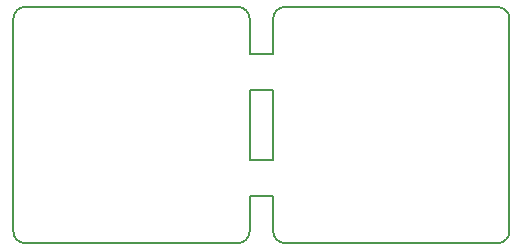
<source format=gbr>
G04 #@! TF.FileFunction,Profile,NP*
%FSLAX46Y46*%
G04 Gerber Fmt 4.6, Leading zero omitted, Abs format (unit mm)*
G04 Created by KiCad (PCBNEW (2015-09-02 BZR 6149, Git 4a56ee4)-product) date 11/10/2015 2:24:38 PM*
%MOMM*%
G01*
G04 APERTURE LIST*
%ADD10C,0.100000*%
%ADD11C,0.150000*%
G04 APERTURE END LIST*
D10*
D11*
X91000000Y-70000000D02*
X73000000Y-70000000D01*
X91000000Y-70000000D02*
G75*
G03X92000000Y-69000000I0J1000000D01*
G01*
X92000000Y-51000000D02*
X92000000Y-69000000D01*
X92000000Y-51000000D02*
G75*
G03X91000000Y-50000000I-1000000J0D01*
G01*
X73000000Y-50000000D02*
X91000000Y-50000000D01*
X73000000Y-50000000D02*
G75*
G03X72000000Y-51000000I0J-1000000D01*
G01*
X72000000Y-69000000D02*
G75*
G03X73000000Y-70000000I1000000J0D01*
G01*
X70000000Y-66000000D02*
X72000000Y-66000000D01*
X70000000Y-69000000D02*
X70000000Y-66000000D01*
X72000000Y-57000000D02*
X70000000Y-57000000D01*
X70000000Y-54000000D02*
X72000000Y-54000000D01*
X70000000Y-63000000D02*
X72000000Y-63000000D01*
X70000000Y-57000000D02*
X70000000Y-63000000D01*
X70000000Y-51000000D02*
X70000000Y-54000000D01*
X72000000Y-57000000D02*
X72000000Y-63000000D01*
X72000000Y-51000000D02*
X72000000Y-54000000D01*
X72000000Y-69000000D02*
X72000000Y-66000000D01*
X50000000Y-69000000D02*
G75*
G03X51000000Y-70000000I1000000J0D01*
G01*
X69000000Y-70000000D02*
G75*
G03X70000000Y-69000000I0J1000000D01*
G01*
X70000000Y-51000000D02*
G75*
G03X69000000Y-50000000I-1000000J0D01*
G01*
X51000000Y-50000000D02*
G75*
G03X50000000Y-51000000I0J-1000000D01*
G01*
X69000000Y-50000000D02*
X51000000Y-50000000D01*
X51000000Y-70000000D02*
X69000000Y-70000000D01*
X50000000Y-51000000D02*
X50000000Y-69000000D01*
M02*

</source>
